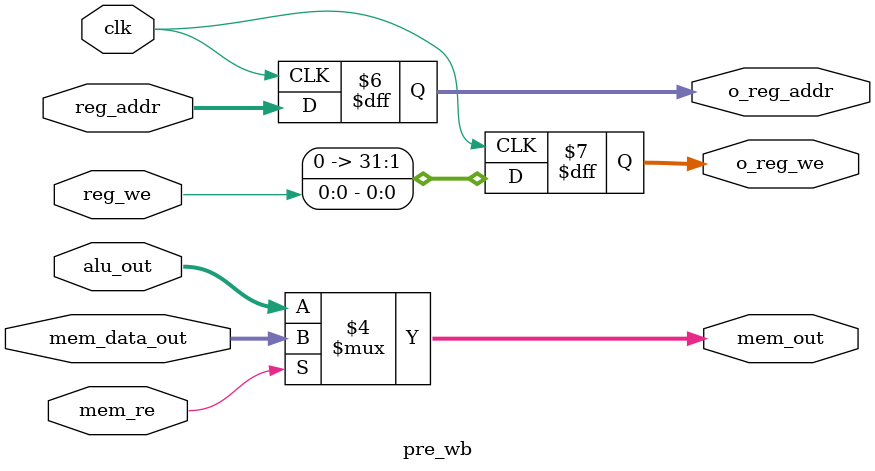
<source format=v>
module pre_wb (
           input   wire         clk,
           input   wire         mem_re,
           input   wire         reg_we,
           input   wire[31:0]   alu_out,
           input   wire[31:0]   mem_data_out,
           input   wire[4:0]    reg_addr,

           output  reg[4:0]    o_reg_addr,
           output  reg[31:0]    mem_out,
           output  reg[31:0]    o_reg_we
       );


always @(*) begin
    if (mem_re) begin
        mem_out <= mem_data_out;
    end else begin
        mem_out <= alu_out;
    end
end

always @(posedge clk) begin
    o_reg_addr <= reg_addr;
    o_reg_we   <= reg_we;
end


endmodule

</source>
